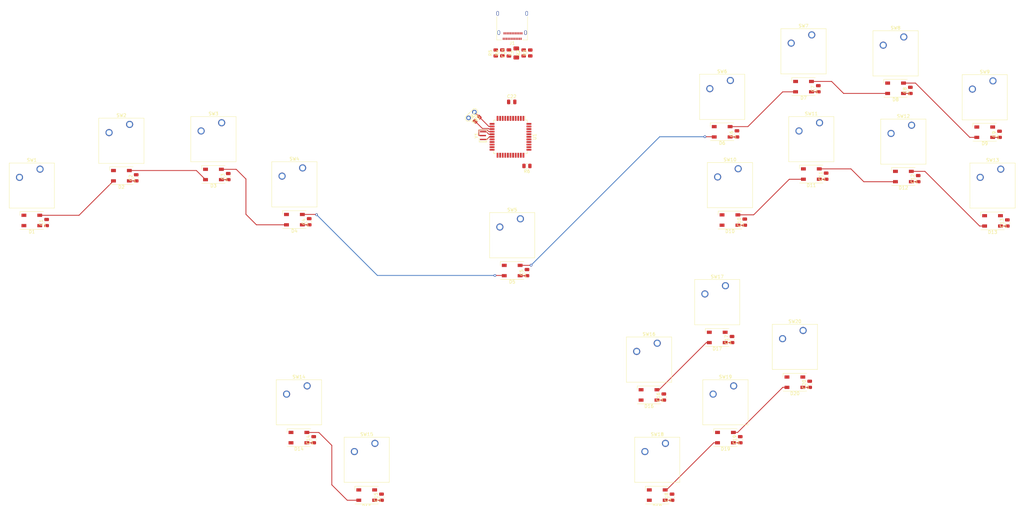
<source format=kicad_pcb>
(kicad_pcb (version 20171130) (host pcbnew 5.1.10)
  (layers (0 F.Cu signal) (31 B.Cu signal) (34 B.Paste user) (35 F.Paste user) (36 B.SilkS user) (37 F.SilkS user hide) (38 B.Mask user) (39 F.Mask user) (44 Edge.Cuts user))
  (net 0 "")
  (net 1 GND)
  (net 2 +5V)
  (net 3 "Net-(C22-Pad1)")
  (net 4 "Net-(D1-Pad2)")
  (net 5 LED_DATA)
  (net 6 "Net-(D2-Pad2)")
  (net 7 "Net-(D3-Pad2)")
  (net 8 LED_START)
  (net 9 LED_R)
  (net 10 "Net-(D6-Pad2)")
  (net 11 "Net-(D7-Pad2)")
  (net 12 "Net-(D8-Pad2)")
  (net 13 LED_B)
  (net 14 "Net-(D10-Pad2)")
  (net 15 "Net-(D11-Pad2)")
  (net 16 "Net-(D12-Pad2)")
  (net 17 LED_MODX)
  (net 18 "Net-(D14-Pad2)")
  (net 19 LED_CL)
  (net 20 "Net-(D16-Pad2)")
  (net 21 "Net-(D17-Pad2)")
  (net 22 "Net-(D18-Pad2)")
  (net 23 "Net-(D19-Pad2)")
  (net 24 "Net-(D20-Pad2)")
  (net 25 "Net-(F1-Pad2)")
  (net 26 GCCDATA)
  (net 27 "Net-(J1-PadB10)")
  (net 28 "Net-(J1-PadB8)")
  (net 29 D-)
  (net 30 D+)
  (net 31 "Net-(J1-PadB5)")
  (net 32 "Net-(J1-PadB3)")
  (net 33 +3V3)
  (net 34 "Net-(J1-PadA8)")
  (net 35 "Net-(J1-PadA10)")
  (net 36 "Net-(J1-PadA5)")
  (net 37 "Net-(J1-PadA3)")
  (net 38 RESET)
  (net 39 "Net-(R4-Pad1)")
  (net 40 "Net-(R5-Pad1)")
  (net 41 "Net-(R6-Pad2)")
  (net 42 BTN_L)
  (net 43 BTN_LEFT)
  (net 44 BTN_DOWN)
  (net 45 BTN_RIGHT)
  (net 46 BTN_START)
  (net 47 BTN_R)
  (net 48 BTN_Y)
  (net 49 BTN_LS)
  (net 50 BTN_MS)
  (net 51 BTN_B)
  (net 52 BTN_X)
  (net 53 BTN_Z)
  (net 54 BTN_UP)
  (net 55 BTN_MODX)
  (net 56 BTN_MODY)
  (net 57 BTN_CL)
  (net 58 BTN_CU)
  (net 59 BTN_CD)
  (net 60 BTN_A)
  (net 61 BTN_CR)
  (net 62 "Net-(U1-Pad42)")
  (net 63 "Net-(U1-Pad31)")
  (net 64 XTAL1)
  (net 65 XTAL2)
  (net 66 "Net-(U1-Pad19)")
  (net 67 "Net-(U1-Pad28)")
  (net 68 "Net-(U1-Pad27)")
  (net 69 "Net-(U1-Pad26)")
  (net 70 "Net-(U1-Pad25)")
  (net 71 "Net-(U1-Pad22)")
  (net 72 "Net-(U1-Pad21)")
  (net 73 "Net-(U1-Pad20)")
  (module TestPoint:TestPoint_2Pads_Pitch2.54mm_Drill0.8mm (layer F.Cu) (at 200.152 96.774 225)
    (fp_text reference SW0 (at 1.3 -2 45) (layer F.SilkS))
    (fp_text value reset)
    (pad 2 thru_hole circle (at 2.54 0 225) (size 1.4 1.4) (drill 0.8) (layers *.Cu *.Mask) (net 1 GND))
    (pad 1 thru_hole circle (at 0 0 225) (size 1.4 1.4) (drill 0.8) (layers *.Cu *.Mask) (net 38 RESET))
  )
  (module Crystal:Resonator_SMD_muRata_CSTxExxV-3Pin_3.0x1.1mm (layer F.Cu) (at 202.804047 104.042266 90)
    (fp_text reference Y1 (at 0 -2 90) (layer F.SilkS))
    (fp_text value Resonator)
    (pad 3 smd rect (at 1.2 0 90) (size 0.4 1.9) (layers F.Cu F.Paste F.Mask) (net 65 XTAL2))
    (pad 2 smd rect (at 0 0 90) (size 0.4 1.9) (layers F.Cu F.Paste F.Mask) (net 1 GND))
    (pad 1 smd rect (at -1.2 0 90) (size 0.4 1.9) (layers F.Cu F.Paste F.Mask) (net 64 XTAL1))
  )
  (module Package_QFP:TQFP-44_10x10mm_P0.8mm (layer F.Cu) (at 211.313046 104.423268 270)
    (fp_text reference U1 (at 0 -7.45 90) (layer F.SilkS))
    (fp_text value ATmega32U4-AU)
    (pad 44 smd rect (at -4 -5.7) (size 1.5 0.55) (layers F.Cu F.Paste F.Mask) (net 2 +5V))
    (pad 43 smd rect (at -3.2 -5.7) (size 1.5 0.55) (layers F.Cu F.Paste F.Mask) (net 1 GND))
    (pad 42 smd rect (at -2.4 -5.7) (size 1.5 0.55) (layers F.Cu F.Paste F.Mask) (net 62 "Net-(U1-Pad42)"))
    (pad 41 smd rect (at -1.6 -5.7) (size 1.5 0.55) (layers F.Cu F.Paste F.Mask) (net 48 BTN_Y))
    (pad 40 smd rect (at -0.8 -5.7) (size 1.5 0.55) (layers F.Cu F.Paste F.Mask) (net 49 BTN_LS))
    (pad 39 smd rect (at 0 -5.7) (size 1.5 0.55) (layers F.Cu F.Paste F.Mask) (net 50 BTN_MS))
    (pad 38 smd rect (at 0.8 -5.7) (size 1.5 0.55) (layers F.Cu F.Paste F.Mask) (net 54 BTN_UP))
    (pad 37 smd rect (at 1.6 -5.7) (size 1.5 0.55) (layers F.Cu F.Paste F.Mask) (net 53 BTN_Z))
    (pad 36 smd rect (at 2.4 -5.7) (size 1.5 0.55) (layers F.Cu F.Paste F.Mask) (net 52 BTN_X))
    (pad 35 smd rect (at 3.2 -5.7) (size 1.5 0.55) (layers F.Cu F.Paste F.Mask) (net 1 GND))
    (pad 34 smd rect (at 4 -5.7) (size 1.5 0.55) (layers F.Cu F.Paste F.Mask) (net 2 +5V))
    (pad 33 smd rect (at 5.7 -4 270) (size 1.5 0.55) (layers F.Cu F.Paste F.Mask) (net 41 "Net-(R6-Pad2)"))
    (pad 32 smd rect (at 5.7 -3.2 270) (size 1.5 0.55) (layers F.Cu F.Paste F.Mask) (net 51 BTN_B))
    (pad 31 smd rect (at 5.7 -2.4 270) (size 1.5 0.55) (layers F.Cu F.Paste F.Mask) (net 63 "Net-(U1-Pad31)"))
    (pad 30 smd rect (at 5.7 -1.6 270) (size 1.5 0.55) (layers F.Cu F.Paste F.Mask) (net 56 BTN_MODY))
    (pad 29 smd rect (at 5.7 -0.8 270) (size 1.5 0.55) (layers F.Cu F.Paste F.Mask) (net 55 BTN_MODX))
    (pad 28 smd rect (at 5.7 0 270) (size 1.5 0.55) (layers F.Cu F.Paste F.Mask) (net 67 "Net-(U1-Pad28)"))
    (pad 27 smd rect (at 5.7 0.8 270) (size 1.5 0.55) (layers F.Cu F.Paste F.Mask) (net 68 "Net-(U1-Pad27)"))
    (pad 26 smd rect (at 5.7 1.6 270) (size 1.5 0.55) (layers F.Cu F.Paste F.Mask) (net 69 "Net-(U1-Pad26)"))
    (pad 25 smd rect (at 5.7 2.4 270) (size 1.5 0.55) (layers F.Cu F.Paste F.Mask) (net 70 "Net-(U1-Pad25)"))
    (pad 24 smd rect (at 5.7 3.2 270) (size 1.5 0.55) (layers F.Cu F.Paste F.Mask) (net 2 +5V))
    (pad 23 smd rect (at 5.7 4 270) (size 1.5 0.55) (layers F.Cu F.Paste F.Mask) (net 1 GND))
    (pad 22 smd rect (at 4 5.7) (size 1.5 0.55) (layers F.Cu F.Paste F.Mask) (net 71 "Net-(U1-Pad22)"))
    (pad 21 smd rect (at 3.2 5.7) (size 1.5 0.55) (layers F.Cu F.Paste F.Mask) (net 72 "Net-(U1-Pad21)"))
    (pad 20 smd rect (at 2.4 5.7) (size 1.5 0.55) (layers F.Cu F.Paste F.Mask) (net 73 "Net-(U1-Pad20)"))
    (pad 19 smd rect (at 1.6 5.7) (size 1.5 0.55) (layers F.Cu F.Paste F.Mask) (net 66 "Net-(U1-Pad19)"))
    (pad 18 smd rect (at 0.8 5.7) (size 1.5 0.55) (layers F.Cu F.Paste F.Mask) (net 46 BTN_START))
    (pad 17 smd rect (at 0 5.7) (size 1.5 0.55) (layers F.Cu F.Paste F.Mask) (net 64 XTAL1))
    (pad 16 smd rect (at -0.8 5.7) (size 1.5 0.55) (layers F.Cu F.Paste F.Mask) (net 65 XTAL2))
    (pad 15 smd rect (at -1.6 5.7) (size 1.5 0.55) (layers F.Cu F.Paste F.Mask) (net 1 GND))
    (pad 14 smd rect (at -2.4 5.7) (size 1.5 0.55) (layers F.Cu F.Paste F.Mask) (net 2 +5V))
    (pad 13 smd rect (at -3.2 5.7) (size 1.5 0.55) (layers F.Cu F.Paste F.Mask) (net 38 RESET))
    (pad 12 smd rect (at -4 5.7) (size 1.5 0.55) (layers F.Cu F.Paste F.Mask) (net 45 BTN_RIGHT))
    (pad 11 smd rect (at -5.7 4 270) (size 1.5 0.55) (layers F.Cu F.Paste F.Mask) (net 44 BTN_DOWN))
    (pad 10 smd rect (at -5.7 3.2 270) (size 1.5 0.55) (layers F.Cu F.Paste F.Mask) (net 43 BTN_LEFT))
    (pad 9 smd rect (at -5.7 2.4 270) (size 1.5 0.55) (layers F.Cu F.Paste F.Mask) (net 42 BTN_L))
    (pad 8 smd rect (at -5.7 1.6 270) (size 1.5 0.55) (layers F.Cu F.Paste F.Mask) (net 5 LED_DATA))
    (pad 7 smd rect (at -5.7 0.8 270) (size 1.5 0.55) (layers F.Cu F.Paste F.Mask) (net 2 +5V))
    (pad 6 smd rect (at -5.7 0 270) (size 1.5 0.55) (layers F.Cu F.Paste F.Mask) (net 3 "Net-(C22-Pad1)"))
    (pad 5 smd rect (at -5.7 -0.8 270) (size 1.5 0.55) (layers F.Cu F.Paste F.Mask) (net 1 GND))
    (pad 4 smd rect (at -5.7 -1.6 270) (size 1.5 0.55) (layers F.Cu F.Paste F.Mask) (net 39 "Net-(R4-Pad1)"))
    (pad 3 smd rect (at -5.7 -2.4 270) (size 1.5 0.55) (layers F.Cu F.Paste F.Mask) (net 40 "Net-(R5-Pad1)"))
    (pad 2 smd rect (at -5.7 -3.2 270) (size 1.5 0.55) (layers F.Cu F.Paste F.Mask) (net 2 +5V))
    (pad 1 smd rect (at -5.7 -4 270) (size 1.5 0.55) (layers F.Cu F.Paste F.Mask) (net 47 BTN_R))
  )
  (module Button_Switch_Keyboard:SW_Cherry_MX_1.00u_PCB (layer F.Cu) (at 301.752 164.338)
    (fp_text reference SW20 (at -2.54 -2.794) (layer F.SilkS))
    (fp_text value SW_Push)
    (pad "" np_thru_hole circle (at 2.54 5.08) (size 1.7 1.7) (drill 1.7) (layers *.Cu *.Mask))
    (pad "" np_thru_hole circle (at -7.62 5.08) (size 1.7 1.7) (drill 1.7) (layers *.Cu *.Mask))
    (pad "" np_thru_hole circle (at -2.54 5.08) (size 4 4) (drill 4) (layers *.Cu *.Mask))
    (pad 2 thru_hole circle (at -6.35 2.54) (size 2.2 2.2) (drill 1.5) (layers *.Cu *.Mask) (net 1 GND))
    (pad 1 thru_hole circle (at 0 0) (size 2.2 2.2) (drill 1.5) (layers *.Cu *.Mask) (net 61 BTN_CR))
  )
  (module Button_Switch_Keyboard:SW_Cherry_MX_1.00u_PCB (layer F.Cu) (at 280.289 181.483)
    (fp_text reference SW19 (at -2.54 -2.794) (layer F.SilkS))
    (fp_text value SW_Push)
    (pad "" np_thru_hole circle (at 2.54 5.08) (size 1.7 1.7) (drill 1.7) (layers *.Cu *.Mask))
    (pad "" np_thru_hole circle (at -7.62 5.08) (size 1.7 1.7) (drill 1.7) (layers *.Cu *.Mask))
    (pad "" np_thru_hole circle (at -2.54 5.08) (size 4 4) (drill 4) (layers *.Cu *.Mask))
    (pad 2 thru_hole circle (at -6.35 2.54) (size 2.2 2.2) (drill 1.5) (layers *.Cu *.Mask) (net 1 GND))
    (pad 1 thru_hole circle (at 0 0) (size 2.2 2.2) (drill 1.5) (layers *.Cu *.Mask) (net 60 BTN_A))
  )
  (module Button_Switch_Keyboard:SW_Cherry_MX_1.00u_PCB (layer F.Cu) (at 259.207 199.263)
    (fp_text reference SW18 (at -2.54 -2.794) (layer F.SilkS))
    (fp_text value SW_Push)
    (pad "" np_thru_hole circle (at 2.54 5.08) (size 1.7 1.7) (drill 1.7) (layers *.Cu *.Mask))
    (pad "" np_thru_hole circle (at -7.62 5.08) (size 1.7 1.7) (drill 1.7) (layers *.Cu *.Mask))
    (pad "" np_thru_hole circle (at -2.54 5.08) (size 4 4) (drill 4) (layers *.Cu *.Mask))
    (pad 2 thru_hole circle (at -6.35 2.54) (size 2.2 2.2) (drill 1.5) (layers *.Cu *.Mask) (net 1 GND))
    (pad 1 thru_hole circle (at 0 0) (size 2.2 2.2) (drill 1.5) (layers *.Cu *.Mask) (net 59 BTN_CD))
  )
  (module Button_Switch_Keyboard:SW_Cherry_MX_1.00u_PCB (layer F.Cu) (at 277.749 150.495)
    (fp_text reference SW17 (at -2.54 -2.794) (layer F.SilkS))
    (fp_text value SW_Push)
    (pad "" np_thru_hole circle (at 2.54 5.08) (size 1.7 1.7) (drill 1.7) (layers *.Cu *.Mask))
    (pad "" np_thru_hole circle (at -7.62 5.08) (size 1.7 1.7) (drill 1.7) (layers *.Cu *.Mask))
    (pad "" np_thru_hole circle (at -2.54 5.08) (size 4 4) (drill 4) (layers *.Cu *.Mask))
    (pad 2 thru_hole circle (at -6.35 2.54) (size 2.2 2.2) (drill 1.5) (layers *.Cu *.Mask) (net 1 GND))
    (pad 1 thru_hole circle (at 0 0) (size 2.2 2.2) (drill 1.5) (layers *.Cu *.Mask) (net 58 BTN_CU))
  )
  (module Button_Switch_Keyboard:SW_Cherry_MX_1.00u_PCB (layer F.Cu) (at 256.667 168.275)
    (fp_text reference SW16 (at -2.54 -2.794) (layer F.SilkS))
    (fp_text value SW_Push)
    (pad "" np_thru_hole circle (at 2.54 5.08) (size 1.7 1.7) (drill 1.7) (layers *.Cu *.Mask))
    (pad "" np_thru_hole circle (at -7.62 5.08) (size 1.7 1.7) (drill 1.7) (layers *.Cu *.Mask))
    (pad "" np_thru_hole circle (at -2.54 5.08) (size 4 4) (drill 4) (layers *.Cu *.Mask))
    (pad 2 thru_hole circle (at -6.35 2.54) (size 2.2 2.2) (drill 1.5) (layers *.Cu *.Mask) (net 1 GND))
    (pad 1 thru_hole circle (at 0 0) (size 2.2 2.2) (drill 1.5) (layers *.Cu *.Mask) (net 57 BTN_CL))
  )
  (module Button_Switch_Keyboard:SW_Cherry_MX_1.00u_PCB (layer F.Cu) (at 169.418 199.263)
    (fp_text reference SW15 (at -2.54 -2.794) (layer F.SilkS))
    (fp_text value SW_Push)
    (pad "" np_thru_hole circle (at 2.54 5.08) (size 1.7 1.7) (drill 1.7) (layers *.Cu *.Mask))
    (pad "" np_thru_hole circle (at -7.62 5.08) (size 1.7 1.7) (drill 1.7) (layers *.Cu *.Mask))
    (pad "" np_thru_hole circle (at -2.54 5.08) (size 4 4) (drill 4) (layers *.Cu *.Mask))
    (pad 2 thru_hole circle (at -6.35 2.54) (size 2.2 2.2) (drill 1.5) (layers *.Cu *.Mask) (net 1 GND))
    (pad 1 thru_hole circle (at 0 0) (size 2.2 2.2) (drill 1.5) (layers *.Cu *.Mask) (net 56 BTN_MODY))
  )
  (module Button_Switch_Keyboard:SW_Cherry_MX_1.00u_PCB (layer F.Cu) (at 148.463 181.483)
    (fp_text reference SW14 (at -2.54 -2.794) (layer F.SilkS))
    (fp_text value SW_Push)
    (pad "" np_thru_hole circle (at 2.54 5.08) (size 1.7 1.7) (drill 1.7) (layers *.Cu *.Mask))
    (pad "" np_thru_hole circle (at -7.62 5.08) (size 1.7 1.7) (drill 1.7) (layers *.Cu *.Mask))
    (pad "" np_thru_hole circle (at -2.54 5.08) (size 4 4) (drill 4) (layers *.Cu *.Mask))
    (pad 2 thru_hole circle (at -6.35 2.54) (size 2.2 2.2) (drill 1.5) (layers *.Cu *.Mask) (net 1 GND))
    (pad 1 thru_hole circle (at 0 0) (size 2.2 2.2) (drill 1.5) (layers *.Cu *.Mask) (net 55 BTN_MODX))
  )
  (module Button_Switch_Keyboard:SW_Cherry_MX_1.00u_PCB (layer F.Cu) (at 362.839 114.427)
    (fp_text reference SW13 (at -2.54 -2.794) (layer F.SilkS))
    (fp_text value SW_Push)
    (pad "" np_thru_hole circle (at 2.54 5.08) (size 1.7 1.7) (drill 1.7) (layers *.Cu *.Mask))
    (pad "" np_thru_hole circle (at -7.62 5.08) (size 1.7 1.7) (drill 1.7) (layers *.Cu *.Mask))
    (pad "" np_thru_hole circle (at -2.54 5.08) (size 4 4) (drill 4) (layers *.Cu *.Mask))
    (pad 2 thru_hole circle (at -6.35 2.54) (size 2.2 2.2) (drill 1.5) (layers *.Cu *.Mask) (net 1 GND))
    (pad 1 thru_hole circle (at 0 0) (size 2.2 2.2) (drill 1.5) (layers *.Cu *.Mask) (net 54 BTN_UP))
  )
  (module Button_Switch_Keyboard:SW_Cherry_MX_1.00u_PCB (layer F.Cu) (at 335.28 100.838)
    (fp_text reference SW12 (at -2.54 -2.794) (layer F.SilkS))
    (fp_text value SW_Push)
    (pad "" np_thru_hole circle (at 2.54 5.08) (size 1.7 1.7) (drill 1.7) (layers *.Cu *.Mask))
    (pad "" np_thru_hole circle (at -7.62 5.08) (size 1.7 1.7) (drill 1.7) (layers *.Cu *.Mask))
    (pad "" np_thru_hole circle (at -2.54 5.08) (size 4 4) (drill 4) (layers *.Cu *.Mask))
    (pad 2 thru_hole circle (at -6.35 2.54) (size 2.2 2.2) (drill 1.5) (layers *.Cu *.Mask) (net 1 GND))
    (pad 1 thru_hole circle (at 0 0) (size 2.2 2.2) (drill 1.5) (layers *.Cu *.Mask) (net 53 BTN_Z))
  )
  (module Button_Switch_Keyboard:SW_Cherry_MX_1.00u_PCB (layer F.Cu) (at 306.832 100.076)
    (fp_text reference SW11 (at -2.54 -2.794) (layer F.SilkS))
    (fp_text value SW_Push)
    (pad "" np_thru_hole circle (at 2.54 5.08) (size 1.7 1.7) (drill 1.7) (layers *.Cu *.Mask))
    (pad "" np_thru_hole circle (at -7.62 5.08) (size 1.7 1.7) (drill 1.7) (layers *.Cu *.Mask))
    (pad "" np_thru_hole circle (at -2.54 5.08) (size 4 4) (drill 4) (layers *.Cu *.Mask))
    (pad 2 thru_hole circle (at -6.35 2.54) (size 2.2 2.2) (drill 1.5) (layers *.Cu *.Mask) (net 1 GND))
    (pad 1 thru_hole circle (at 0 0) (size 2.2 2.2) (drill 1.5) (layers *.Cu *.Mask) (net 52 BTN_X))
  )
  (module Button_Switch_Keyboard:SW_Cherry_MX_1.00u_PCB (layer F.Cu) (at 281.686 114.3)
    (fp_text reference SW10 (at -2.54 -2.794) (layer F.SilkS))
    (fp_text value SW_Push)
    (pad "" np_thru_hole circle (at 2.54 5.08) (size 1.7 1.7) (drill 1.7) (layers *.Cu *.Mask))
    (pad "" np_thru_hole circle (at -7.62 5.08) (size 1.7 1.7) (drill 1.7) (layers *.Cu *.Mask))
    (pad "" np_thru_hole circle (at -2.54 5.08) (size 4 4) (drill 4) (layers *.Cu *.Mask))
    (pad 2 thru_hole circle (at -6.35 2.54) (size 2.2 2.2) (drill 1.5) (layers *.Cu *.Mask) (net 1 GND))
    (pad 1 thru_hole circle (at 0 0) (size 2.2 2.2) (drill 1.5) (layers *.Cu *.Mask) (net 51 BTN_B))
  )
  (module Button_Switch_Keyboard:SW_Cherry_MX_1.00u_PCB (layer F.Cu) (at 360.426 87.122)
    (fp_text reference SW9 (at -2.54 -2.794) (layer F.SilkS))
    (fp_text value SW_Push)
    (pad "" np_thru_hole circle (at 2.54 5.08) (size 1.7 1.7) (drill 1.7) (layers *.Cu *.Mask))
    (pad "" np_thru_hole circle (at -7.62 5.08) (size 1.7 1.7) (drill 1.7) (layers *.Cu *.Mask))
    (pad "" np_thru_hole circle (at -2.54 5.08) (size 4 4) (drill 4) (layers *.Cu *.Mask))
    (pad 2 thru_hole circle (at -6.35 2.54) (size 2.2 2.2) (drill 1.5) (layers *.Cu *.Mask) (net 1 GND))
    (pad 1 thru_hole circle (at 0 0) (size 2.2 2.2) (drill 1.5) (layers *.Cu *.Mask) (net 50 BTN_MS))
  )
  (module Button_Switch_Keyboard:SW_Cherry_MX_1.00u_PCB (layer F.Cu) (at 332.867 73.533)
    (fp_text reference SW8 (at -2.54 -2.794) (layer F.SilkS))
    (fp_text value SW_Push)
    (pad "" np_thru_hole circle (at 2.54 5.08) (size 1.7 1.7) (drill 1.7) (layers *.Cu *.Mask))
    (pad "" np_thru_hole circle (at -7.62 5.08) (size 1.7 1.7) (drill 1.7) (layers *.Cu *.Mask))
    (pad "" np_thru_hole circle (at -2.54 5.08) (size 4 4) (drill 4) (layers *.Cu *.Mask))
    (pad 2 thru_hole circle (at -6.35 2.54) (size 2.2 2.2) (drill 1.5) (layers *.Cu *.Mask) (net 1 GND))
    (pad 1 thru_hole circle (at 0 0) (size 2.2 2.2) (drill 1.5) (layers *.Cu *.Mask) (net 49 BTN_LS))
  )
  (module Button_Switch_Keyboard:SW_Cherry_MX_1.00u_PCB (layer F.Cu) (at 304.419 72.898)
    (fp_text reference SW7 (at -2.54 -2.794) (layer F.SilkS))
    (fp_text value SW_Push)
    (pad "" np_thru_hole circle (at 2.54 5.08) (size 1.7 1.7) (drill 1.7) (layers *.Cu *.Mask))
    (pad "" np_thru_hole circle (at -7.62 5.08) (size 1.7 1.7) (drill 1.7) (layers *.Cu *.Mask))
    (pad "" np_thru_hole circle (at -2.54 5.08) (size 4 4) (drill 4) (layers *.Cu *.Mask))
    (pad 2 thru_hole circle (at -6.35 2.54) (size 2.2 2.2) (drill 1.5) (layers *.Cu *.Mask) (net 1 GND))
    (pad 1 thru_hole circle (at 0 0) (size 2.2 2.2) (drill 1.5) (layers *.Cu *.Mask) (net 48 BTN_Y))
  )
  (module Button_Switch_Keyboard:SW_Cherry_MX_1.00u_PCB (layer F.Cu) (at 279.273 86.995)
    (fp_text reference SW6 (at -2.54 -2.794) (layer F.SilkS))
    (fp_text value SW_Push)
    (pad "" np_thru_hole circle (at 2.54 5.08) (size 1.7 1.7) (drill 1.7) (layers *.Cu *.Mask))
    (pad "" np_thru_hole circle (at -7.62 5.08) (size 1.7 1.7) (drill 1.7) (layers *.Cu *.Mask))
    (pad "" np_thru_hole circle (at -2.54 5.08) (size 4 4) (drill 4) (layers *.Cu *.Mask))
    (pad 2 thru_hole circle (at -6.35 2.54) (size 2.2 2.2) (drill 1.5) (layers *.Cu *.Mask) (net 1 GND))
    (pad 1 thru_hole circle (at 0 0) (size 2.2 2.2) (drill 1.5) (layers *.Cu *.Mask) (net 47 BTN_R))
  )
  (module Button_Switch_Keyboard:SW_Cherry_MX_1.00u_PCB (layer F.Cu) (at 214.376 129.794)
    (fp_text reference SW5 (at -2.54 -2.794) (layer F.SilkS))
    (fp_text value SW_Push)
    (pad "" np_thru_hole circle (at 2.54 5.08) (size 1.7 1.7) (drill 1.7) (layers *.Cu *.Mask))
    (pad "" np_thru_hole circle (at -7.62 5.08) (size 1.7 1.7) (drill 1.7) (layers *.Cu *.Mask))
    (pad "" np_thru_hole circle (at -2.54 5.08) (size 4 4) (drill 4) (layers *.Cu *.Mask))
    (pad 2 thru_hole circle (at -6.35 2.54) (size 2.2 2.2) (drill 1.5) (layers *.Cu *.Mask) (net 1 GND))
    (pad 1 thru_hole circle (at 0 0) (size 2.2 2.2) (drill 1.5) (layers *.Cu *.Mask) (net 46 BTN_START))
  )
  (module Button_Switch_Keyboard:SW_Cherry_MX_1.00u_PCB (layer F.Cu) (at 147.066 114.046)
    (fp_text reference SW4 (at -2.54 -2.794) (layer F.SilkS))
    (fp_text value SW_Push)
    (pad "" np_thru_hole circle (at 2.54 5.08) (size 1.7 1.7) (drill 1.7) (layers *.Cu *.Mask))
    (pad "" np_thru_hole circle (at -7.62 5.08) (size 1.7 1.7) (drill 1.7) (layers *.Cu *.Mask))
    (pad "" np_thru_hole circle (at -2.54 5.08) (size 4 4) (drill 4) (layers *.Cu *.Mask))
    (pad 2 thru_hole circle (at -6.35 2.54) (size 2.2 2.2) (drill 1.5) (layers *.Cu *.Mask) (net 1 GND))
    (pad 1 thru_hole circle (at 0 0) (size 2.2 2.2) (drill 1.5) (layers *.Cu *.Mask) (net 45 BTN_RIGHT))
  )
  (module Button_Switch_Keyboard:SW_Cherry_MX_1.00u_PCB (layer F.Cu) (at 122.047 100.076)
    (fp_text reference SW3 (at -2.54 -2.794) (layer F.SilkS))
    (fp_text value SW_Push)
    (pad "" np_thru_hole circle (at 2.54 5.08) (size 1.7 1.7) (drill 1.7) (layers *.Cu *.Mask))
    (pad "" np_thru_hole circle (at -7.62 5.08) (size 1.7 1.7) (drill 1.7) (layers *.Cu *.Mask))
    (pad "" np_thru_hole circle (at -2.54 5.08) (size 4 4) (drill 4) (layers *.Cu *.Mask))
    (pad 2 thru_hole circle (at -6.35 2.54) (size 2.2 2.2) (drill 1.5) (layers *.Cu *.Mask) (net 1 GND))
    (pad 1 thru_hole circle (at 0 0) (size 2.2 2.2) (drill 1.5) (layers *.Cu *.Mask) (net 44 BTN_DOWN))
  )
  (module Button_Switch_Keyboard:SW_Cherry_MX_1.00u_PCB (layer F.Cu) (at 93.599 100.584)
    (fp_text reference SW2 (at -2.54 -2.794) (layer F.SilkS))
    (fp_text value SW_Push)
    (pad "" np_thru_hole circle (at 2.54 5.08) (size 1.7 1.7) (drill 1.7) (layers *.Cu *.Mask))
    (pad "" np_thru_hole circle (at -7.62 5.08) (size 1.7 1.7) (drill 1.7) (layers *.Cu *.Mask))
    (pad "" np_thru_hole circle (at -2.54 5.08) (size 4 4) (drill 4) (layers *.Cu *.Mask))
    (pad 2 thru_hole circle (at -6.35 2.54) (size 2.2 2.2) (drill 1.5) (layers *.Cu *.Mask) (net 1 GND))
    (pad 1 thru_hole circle (at 0 0) (size 2.2 2.2) (drill 1.5) (layers *.Cu *.Mask) (net 43 BTN_LEFT))
  )
  (module Button_Switch_Keyboard:SW_Cherry_MX_1.00u_PCB (layer F.Cu) (at 65.913 114.427)
    (fp_text reference SW1 (at -2.54 -2.794) (layer F.SilkS))
    (fp_text value SW_Push)
    (pad "" np_thru_hole circle (at 2.54 5.08) (size 1.7 1.7) (drill 1.7) (layers *.Cu *.Mask))
    (pad "" np_thru_hole circle (at -7.62 5.08) (size 1.7 1.7) (drill 1.7) (layers *.Cu *.Mask))
    (pad "" np_thru_hole circle (at -2.54 5.08) (size 4 4) (drill 4) (layers *.Cu *.Mask))
    (pad 2 thru_hole circle (at -6.35 2.54) (size 2.2 2.2) (drill 1.5) (layers *.Cu *.Mask) (net 1 GND))
    (pad 1 thru_hole circle (at 0 0) (size 2.2 2.2) (drill 1.5) (layers *.Cu *.Mask) (net 42 BTN_L))
  )
  (module Resistor_SMD:R_0805_2012Metric (layer F.Cu) (at 216.393046 113.440266 180)
    (fp_text reference R6 (at 0 -1.65) (layer F.SilkS))
    (fp_text value 10k)
    (pad 2 smd roundrect (at 0.9125 0 180) (size 1.025 1.4) (layers F.Cu F.Paste F.Mask) (roundrect_rratio 0.243902) (net 41 "Net-(R6-Pad2)"))
    (pad 1 smd roundrect (at -0.9125 0 180) (size 1.025 1.4) (layers F.Cu F.Paste F.Mask) (roundrect_rratio 0.243902) (net 1 GND))
  )
  (module Resistor_SMD:R_0805_2012Metric (layer F.Cu) (at 206.756 78.486 90)
    (fp_text reference R5 (at 0 -1.65 90) (layer F.SilkS))
    (fp_text value 22)
    (pad 2 smd roundrect (at 0.9125 0 90) (size 1.025 1.4) (layers F.Cu F.Paste F.Mask) (roundrect_rratio 0.243902) (net 29 D-))
    (pad 1 smd roundrect (at -0.9125 0 90) (size 1.025 1.4) (layers F.Cu F.Paste F.Mask) (roundrect_rratio 0.243902) (net 40 "Net-(R5-Pad1)"))
  )
  (module Resistor_SMD:R_0805_2012Metric (layer F.Cu) (at 208.788 78.4625 90)
    (fp_text reference R4 (at 0 -1.65 90) (layer F.SilkS))
    (fp_text value 22)
    (pad 2 smd roundrect (at 0.9125 0 90) (size 1.025 1.4) (layers F.Cu F.Paste F.Mask) (roundrect_rratio 0.243902) (net 30 D+))
    (pad 1 smd roundrect (at -0.9125 0 90) (size 1.025 1.4) (layers F.Cu F.Paste F.Mask) (roundrect_rratio 0.243902) (net 39 "Net-(R4-Pad1)"))
  )
  (module Resistor_SMD:R_0805_2012Metric (layer F.Cu) (at 217.424 78.486 90)
    (fp_text reference R3 (at 0 -1.65 90) (layer F.SilkS))
    (fp_text value 5k1)
    (pad 2 smd roundrect (at 0.9125 0 90) (size 1.025 1.4) (layers F.Cu F.Paste F.Mask) (roundrect_rratio 0.243902) (net 31 "Net-(J1-PadB5)"))
    (pad 1 smd roundrect (at -0.9125 0 90) (size 1.025 1.4) (layers F.Cu F.Paste F.Mask) (roundrect_rratio 0.243902) (net 1 GND))
  )
  (module Resistor_SMD:R_0805_2012Metric (layer F.Cu) (at 215.392 78.486 90)
    (fp_text reference R2 (at 0 -1.65 90) (layer F.SilkS))
    (fp_text value 5k1)
    (pad 2 smd roundrect (at 0.9125 0 90) (size 1.025 1.4) (layers F.Cu F.Paste F.Mask) (roundrect_rratio 0.243902) (net 36 "Net-(J1-PadA5)"))
    (pad 1 smd roundrect (at -0.9125 0 90) (size 1.025 1.4) (layers F.Cu F.Paste F.Mask) (roundrect_rratio 0.243902) (net 1 GND))
  )
  (module Resistor_SMD:R_0805_2012Metric (layer F.Cu) (at 201.026046 98.962267 45)
    (fp_text reference R1 (at 0 -1.65 45) (layer F.SilkS))
    (fp_text value 10k)
    (pad 2 smd roundrect (at 0.9125 0 45) (size 1.025 1.4) (layers F.Cu F.Paste F.Mask) (roundrect_rratio 0.243902) (net 38 RESET))
    (pad 1 smd roundrect (at -0.9125 0 45) (size 1.025 1.4) (layers F.Cu F.Paste F.Mask) (roundrect_rratio 0.243902) (net 2 +5V))
  )
  (module Connector_USB:USB_C_Receptacle_Amphenol_12401610E4-2A (layer F.Cu) (at 211.836 69.088 180)
    (fp_text reference J1 (at 0 -6.36) (layer F.SilkS))
    (fp_text value USB_C_Receptacle)
    (pad B12 smd rect (at -3 -3.32 180) (size 0.3 0.7) (layers F.Cu F.Paste F.Mask) (net 1 GND))
    (pad B11 smd rect (at -2.5 -3.32 180) (size 0.3 0.7) (layers F.Cu F.Paste F.Mask) (net 26 GCCDATA))
    (pad B10 smd rect (at -2 -3.32 180) (size 0.3 0.7) (layers F.Cu F.Paste F.Mask) (net 27 "Net-(J1-PadB10)"))
    (pad B9 smd rect (at -1.5 -3.32 180) (size 0.3 0.7) (layers F.Cu F.Paste F.Mask) (net 25 "Net-(F1-Pad2)"))
    (pad B8 smd rect (at -1 -3.32 180) (size 0.3 0.7) (layers F.Cu F.Paste F.Mask) (net 28 "Net-(J1-PadB8)"))
    (pad B7 smd rect (at -0.5 -3.32 180) (size 0.3 0.7) (layers F.Cu F.Paste F.Mask) (net 29 D-))
    (pad B6 smd rect (at 0 -3.32 180) (size 0.3 0.7) (layers F.Cu F.Paste F.Mask) (net 30 D+))
    (pad B5 smd rect (at 0.5 -3.32 180) (size 0.3 0.7) (layers F.Cu F.Paste F.Mask) (net 31 "Net-(J1-PadB5)"))
    (pad B4 smd rect (at 1 -3.32 180) (size 0.3 0.7) (layers F.Cu F.Paste F.Mask) (net 25 "Net-(F1-Pad2)"))
    (pad B3 smd rect (at 1.5 -3.32 180) (size 0.3 0.7) (layers F.Cu F.Paste F.Mask) (net 32 "Net-(J1-PadB3)"))
    (pad B2 smd rect (at 2 -3.32 180) (size 0.3 0.7) (layers F.Cu F.Paste F.Mask) (net 33 +3V3))
    (pad "" np_thru_hole circle (at -3.6 -4.36 180) (size 0.65 0.65) (drill 0.65) (layers *.Cu *.Mask))
    (pad "" np_thru_hole oval (at 3.6 -4.36 180) (size 0.95 0.65) (drill oval 0.95 0.65) (layers *.Cu *.Mask))
    (pad S1 thru_hole oval (at -4.49 2.84 180) (size 0.8 1.4) (drill oval 0.5 1.1) (layers *.Cu *.Mask) (net 1 GND))
    (pad S1 thru_hole oval (at 4.49 2.84 180) (size 0.8 1.4) (drill oval 0.5 1.1) (layers *.Cu *.Mask) (net 1 GND))
    (pad S1 thru_hole oval (at 4.13 -3.11 180) (size 0.8 1.4) (drill oval 0.5 1.1) (layers *.Cu *.Mask) (net 1 GND))
    (pad B1 smd rect (at 2.5 -3.32 180) (size 0.3 0.7) (layers F.Cu F.Paste F.Mask) (net 1 GND))
    (pad A11 smd rect (at 2.25 -5.02 180) (size 0.3 0.7) (layers F.Cu F.Paste F.Mask) (net 26 GCCDATA))
    (pad A8 smd rect (at 0.75 -5.02 180) (size 0.3 0.7) (layers F.Cu F.Paste F.Mask) (net 34 "Net-(J1-PadA8)"))
    (pad A9 smd rect (at 1.25 -5.02 180) (size 0.3 0.7) (layers F.Cu F.Paste F.Mask) (net 25 "Net-(F1-Pad2)"))
    (pad A10 smd rect (at 1.75 -5.02 180) (size 0.3 0.7) (layers F.Cu F.Paste F.Mask) (net 35 "Net-(J1-PadA10)"))
    (pad A12 smd rect (at 2.75 -5.02 180) (size 0.3 0.7) (layers F.Cu F.Paste F.Mask) (net 1 GND))
    (pad A7 smd rect (at 0.25 -5.02 180) (size 0.3 0.7) (layers F.Cu F.Paste F.Mask) (net 29 D-))
    (pad A6 smd rect (at -0.25 -5.02 180) (size 0.3 0.7) (layers F.Cu F.Paste F.Mask) (net 30 D+))
    (pad A5 smd rect (at -0.75 -5.02 180) (size 0.3 0.7) (layers F.Cu F.Paste F.Mask) (net 36 "Net-(J1-PadA5)"))
    (pad A4 smd rect (at -1.25 -5.02 180) (size 0.3 0.7) (layers F.Cu F.Paste F.Mask) (net 25 "Net-(F1-Pad2)"))
    (pad A3 smd rect (at -1.75 -5.02 180) (size 0.3 0.7) (layers F.Cu F.Paste F.Mask) (net 37 "Net-(J1-PadA3)"))
    (pad A2 smd rect (at -2.25 -5.02 180) (size 0.3 0.7) (layers F.Cu F.Paste F.Mask) (net 33 +3V3))
    (pad A1 smd rect (at -2.75 -5.02 180) (size 0.3 0.7) (layers F.Cu F.Paste F.Mask) (net 1 GND))
    (pad S1 thru_hole oval (at -4.13 -3.11 180) (size 0.8 1.4) (drill oval 0.5 1.1) (layers *.Cu *.Mask) (net 1 GND))
  )
  (module Fuse:Fuse_1206_3216Metric (layer F.Cu) (at 213.106 78.486 90)
    (fp_text reference F1 (at 0 -1.82 90) (layer F.SilkS))
    (fp_text value 500mA)
    (pad 2 smd roundrect (at 1.4 0 90) (size 1.25 1.75) (layers F.Cu F.Paste F.Mask) (roundrect_rratio 0.2) (net 25 "Net-(F1-Pad2)"))
    (pad 1 smd roundrect (at -1.4 0 90) (size 1.25 1.75) (layers F.Cu F.Paste F.Mask) (roundrect_rratio 0.2) (net 2 +5V))
  )
  (module LED_SMD:LED_WS2812B_PLCC4_5.0x5.0mm_P3.2mm (layer F.Cu) (at 299.212 180.34 180)
    (fp_text reference D20 (at 0 -3.5) (layer F.SilkS))
    (fp_text value WS2812B)
    (fp_text user 1 (at -4.15 -1.6) (layer F.SilkS))
    (pad 1 smd rect (at -2.45 -1.6 180) (size 1.5 1) (layers F.Cu F.Paste F.Mask) (net 2 +5V))
    (pad 2 smd rect (at -2.45 1.6 180) (size 1.5 1) (layers F.Cu F.Paste F.Mask) (net 24 "Net-(D20-Pad2)"))
    (pad 4 smd rect (at 2.45 -1.6 180) (size 1.5 1) (layers F.Cu F.Paste F.Mask) (net 23 "Net-(D19-Pad2)"))
    (pad 3 smd rect (at 2.45 1.6 180) (size 1.5 1) (layers F.Cu F.Paste F.Mask) (net 1 GND))
  )
  (module LED_SMD:LED_WS2812B_PLCC4_5.0x5.0mm_P3.2mm (layer F.Cu) (at 277.749 197.485 180)
    (fp_text reference D19 (at 0 -3.5) (layer F.SilkS))
    (fp_text value WS2812B)
    (fp_text user 1 (at -4.15 -1.6) (layer F.SilkS))
    (pad 1 smd rect (at -2.45 -1.6 180) (size 1.5 1) (layers F.Cu F.Paste F.Mask) (net 2 +5V))
    (pad 2 smd rect (at -2.45 1.6 180) (size 1.5 1) (layers F.Cu F.Paste F.Mask) (net 23 "Net-(D19-Pad2)"))
    (pad 4 smd rect (at 2.45 -1.6 180) (size 1.5 1) (layers F.Cu F.Paste F.Mask) (net 22 "Net-(D18-Pad2)"))
    (pad 3 smd rect (at 2.45 1.6 180) (size 1.5 1) (layers F.Cu F.Paste F.Mask) (net 1 GND))
  )
  (module LED_SMD:LED_WS2812B_PLCC4_5.0x5.0mm_P3.2mm (layer F.Cu) (at 256.667 215.265 180)
    (fp_text reference D18 (at 0 -3.5) (layer F.SilkS))
    (fp_text value WS2812B)
    (fp_text user 1 (at -4.15 -1.6) (layer F.SilkS))
    (pad 1 smd rect (at -2.45 -1.6 180) (size 1.5 1) (layers F.Cu F.Paste F.Mask) (net 2 +5V))
    (pad 2 smd rect (at -2.45 1.6 180) (size 1.5 1) (layers F.Cu F.Paste F.Mask) (net 22 "Net-(D18-Pad2)"))
    (pad 4 smd rect (at 2.45 -1.6 180) (size 1.5 1) (layers F.Cu F.Paste F.Mask) (net 21 "Net-(D17-Pad2)"))
    (pad 3 smd rect (at 2.45 1.6 180) (size 1.5 1) (layers F.Cu F.Paste F.Mask) (net 1 GND))
  )
  (module LED_SMD:LED_WS2812B_PLCC4_5.0x5.0mm_P3.2mm (layer F.Cu) (at 275.209 166.497 180)
    (fp_text reference D17 (at 0 -3.5) (layer F.SilkS))
    (fp_text value WS2812B)
    (fp_text user 1 (at -4.15 -1.6) (layer F.SilkS))
    (pad 1 smd rect (at -2.45 -1.6 180) (size 1.5 1) (layers F.Cu F.Paste F.Mask) (net 2 +5V))
    (pad 2 smd rect (at -2.45 1.6 180) (size 1.5 1) (layers F.Cu F.Paste F.Mask) (net 21 "Net-(D17-Pad2)"))
    (pad 4 smd rect (at 2.45 -1.6 180) (size 1.5 1) (layers F.Cu F.Paste F.Mask) (net 20 "Net-(D16-Pad2)"))
    (pad 3 smd rect (at 2.45 1.6 180) (size 1.5 1) (layers F.Cu F.Paste F.Mask) (net 1 GND))
  )
  (module LED_SMD:LED_WS2812B_PLCC4_5.0x5.0mm_P3.2mm (layer F.Cu) (at 254.127 184.277 180)
    (fp_text reference D16 (at 0 -3.5) (layer F.SilkS))
    (fp_text value WS2812B)
    (fp_text user 1 (at -4.15 -1.6) (layer F.SilkS))
    (pad 1 smd rect (at -2.45 -1.6 180) (size 1.5 1) (layers F.Cu F.Paste F.Mask) (net 2 +5V))
    (pad 2 smd rect (at -2.45 1.6 180) (size 1.5 1) (layers F.Cu F.Paste F.Mask) (net 20 "Net-(D16-Pad2)"))
    (pad 4 smd rect (at 2.45 -1.6 180) (size 1.5 1) (layers F.Cu F.Paste F.Mask) (net 19 LED_CL))
    (pad 3 smd rect (at 2.45 1.6 180) (size 1.5 1) (layers F.Cu F.Paste F.Mask) (net 1 GND))
  )
  (module LED_SMD:LED_WS2812B_PLCC4_5.0x5.0mm_P3.2mm (layer F.Cu) (at 166.878 215.265 180)
    (fp_text reference D15 (at 0 -3.5) (layer F.SilkS))
    (fp_text value WS2812B)
    (fp_text user 1 (at -4.15 -1.6) (layer F.SilkS))
    (pad 1 smd rect (at -2.45 -1.6 180) (size 1.5 1) (layers F.Cu F.Paste F.Mask) (net 2 +5V))
    (pad 2 smd rect (at -2.45 1.6 180) (size 1.5 1) (layers F.Cu F.Paste F.Mask) (net 19 LED_CL))
    (pad 4 smd rect (at 2.45 -1.6 180) (size 1.5 1) (layers F.Cu F.Paste F.Mask) (net 18 "Net-(D14-Pad2)"))
    (pad 3 smd rect (at 2.45 1.6 180) (size 1.5 1) (layers F.Cu F.Paste F.Mask) (net 1 GND))
  )
  (module LED_SMD:LED_WS2812B_PLCC4_5.0x5.0mm_P3.2mm (layer F.Cu) (at 145.923 197.485 180)
    (fp_text reference D14 (at 0 -3.5) (layer F.SilkS))
    (fp_text value WS2812B)
    (fp_text user 1 (at -4.15 -1.6) (layer F.SilkS))
    (pad 1 smd rect (at -2.45 -1.6 180) (size 1.5 1) (layers F.Cu F.Paste F.Mask) (net 2 +5V))
    (pad 2 smd rect (at -2.45 1.6 180) (size 1.5 1) (layers F.Cu F.Paste F.Mask) (net 18 "Net-(D14-Pad2)"))
    (pad 4 smd rect (at 2.45 -1.6 180) (size 1.5 1) (layers F.Cu F.Paste F.Mask) (net 17 LED_MODX))
    (pad 3 smd rect (at 2.45 1.6 180) (size 1.5 1) (layers F.Cu F.Paste F.Mask) (net 1 GND))
  )
  (module LED_SMD:LED_WS2812B_PLCC4_5.0x5.0mm_P3.2mm (layer F.Cu) (at 360.299 130.429 180)
    (fp_text reference D13 (at 0 -3.5) (layer F.SilkS))
    (fp_text value WS2812B)
    (fp_text user 1 (at -4.15 -1.6) (layer F.SilkS))
    (pad 1 smd rect (at -2.45 -1.6 180) (size 1.5 1) (layers F.Cu F.Paste F.Mask) (net 2 +5V))
    (pad 2 smd rect (at -2.45 1.6 180) (size 1.5 1) (layers F.Cu F.Paste F.Mask) (net 17 LED_MODX))
    (pad 4 smd rect (at 2.45 -1.6 180) (size 1.5 1) (layers F.Cu F.Paste F.Mask) (net 16 "Net-(D12-Pad2)"))
    (pad 3 smd rect (at 2.45 1.6 180) (size 1.5 1) (layers F.Cu F.Paste F.Mask) (net 1 GND))
  )
  (module LED_SMD:LED_WS2812B_PLCC4_5.0x5.0mm_P3.2mm (layer F.Cu) (at 332.74 116.713 180)
    (fp_text reference D12 (at 0 -3.5) (layer F.SilkS))
    (fp_text value WS2812B)
    (fp_text user 1 (at -4.15 -1.6) (layer F.SilkS))
    (pad 1 smd rect (at -2.45 -1.6 180) (size 1.5 1) (layers F.Cu F.Paste F.Mask) (net 2 +5V))
    (pad 2 smd rect (at -2.45 1.6 180) (size 1.5 1) (layers F.Cu F.Paste F.Mask) (net 16 "Net-(D12-Pad2)"))
    (pad 4 smd rect (at 2.45 -1.6 180) (size 1.5 1) (layers F.Cu F.Paste F.Mask) (net 15 "Net-(D11-Pad2)"))
    (pad 3 smd rect (at 2.45 1.6 180) (size 1.5 1) (layers F.Cu F.Paste F.Mask) (net 1 GND))
  )
  (module LED_SMD:LED_WS2812B_PLCC4_5.0x5.0mm_P3.2mm (layer F.Cu) (at 304.292 115.951 180)
    (fp_text reference D11 (at 0 -3.5) (layer F.SilkS))
    (fp_text value WS2812B)
    (fp_text user 1 (at -4.15 -1.6) (layer F.SilkS))
    (pad 1 smd rect (at -2.45 -1.6 180) (size 1.5 1) (layers F.Cu F.Paste F.Mask) (net 2 +5V))
    (pad 2 smd rect (at -2.45 1.6 180) (size 1.5 1) (layers F.Cu F.Paste F.Mask) (net 15 "Net-(D11-Pad2)"))
    (pad 4 smd rect (at 2.45 -1.6 180) (size 1.5 1) (layers F.Cu F.Paste F.Mask) (net 14 "Net-(D10-Pad2)"))
    (pad 3 smd rect (at 2.45 1.6 180) (size 1.5 1) (layers F.Cu F.Paste F.Mask) (net 1 GND))
  )
  (module LED_SMD:LED_WS2812B_PLCC4_5.0x5.0mm_P3.2mm (layer F.Cu) (at 279.146 130.175 180)
    (fp_text reference D10 (at 0 -3.5) (layer F.SilkS))
    (fp_text value WS2812B)
    (fp_text user 1 (at -4.15 -1.6) (layer F.SilkS))
    (pad 1 smd rect (at -2.45 -1.6 180) (size 1.5 1) (layers F.Cu F.Paste F.Mask) (net 2 +5V))
    (pad 2 smd rect (at -2.45 1.6 180) (size 1.5 1) (layers F.Cu F.Paste F.Mask) (net 14 "Net-(D10-Pad2)"))
    (pad 4 smd rect (at 2.45 -1.6 180) (size 1.5 1) (layers F.Cu F.Paste F.Mask) (net 13 LED_B))
    (pad 3 smd rect (at 2.45 1.6 180) (size 1.5 1) (layers F.Cu F.Paste F.Mask) (net 1 GND))
  )
  (module LED_SMD:LED_WS2812B_PLCC4_5.0x5.0mm_P3.2mm (layer F.Cu) (at 357.886 102.997 180)
    (fp_text reference D9 (at 0 -3.5) (layer F.SilkS))
    (fp_text value WS2812B)
    (fp_text user 1 (at -4.15 -1.6) (layer F.SilkS))
    (pad 1 smd rect (at -2.45 -1.6 180) (size 1.5 1) (layers F.Cu F.Paste F.Mask) (net 2 +5V))
    (pad 2 smd rect (at -2.45 1.6 180) (size 1.5 1) (layers F.Cu F.Paste F.Mask) (net 13 LED_B))
    (pad 4 smd rect (at 2.45 -1.6 180) (size 1.5 1) (layers F.Cu F.Paste F.Mask) (net 12 "Net-(D8-Pad2)"))
    (pad 3 smd rect (at 2.45 1.6 180) (size 1.5 1) (layers F.Cu F.Paste F.Mask) (net 1 GND))
  )
  (module LED_SMD:LED_WS2812B_PLCC4_5.0x5.0mm_P3.2mm (layer F.Cu) (at 330.327 89.408 180)
    (fp_text reference D8 (at 0 -3.5) (layer F.SilkS))
    (fp_text value WS2812B)
    (fp_text user 1 (at -4.15 -1.6) (layer F.SilkS))
    (pad 1 smd rect (at -2.45 -1.6 180) (size 1.5 1) (layers F.Cu F.Paste F.Mask) (net 2 +5V))
    (pad 2 smd rect (at -2.45 1.6 180) (size 1.5 1) (layers F.Cu F.Paste F.Mask) (net 12 "Net-(D8-Pad2)"))
    (pad 4 smd rect (at 2.45 -1.6 180) (size 1.5 1) (layers F.Cu F.Paste F.Mask) (net 11 "Net-(D7-Pad2)"))
    (pad 3 smd rect (at 2.45 1.6 180) (size 1.5 1) (layers F.Cu F.Paste F.Mask) (net 1 GND))
  )
  (module LED_SMD:LED_WS2812B_PLCC4_5.0x5.0mm_P3.2mm (layer F.Cu) (at 301.879 88.9 180)
    (fp_text reference D7 (at 0 -3.5) (layer F.SilkS))
    (fp_text value WS2812B)
    (fp_text user 1 (at -4.15 -1.6) (layer F.SilkS))
    (pad 1 smd rect (at -2.45 -1.6 180) (size 1.5 1) (layers F.Cu F.Paste F.Mask) (net 2 +5V))
    (pad 2 smd rect (at -2.45 1.6 180) (size 1.5 1) (layers F.Cu F.Paste F.Mask) (net 11 "Net-(D7-Pad2)"))
    (pad 4 smd rect (at 2.45 -1.6 180) (size 1.5 1) (layers F.Cu F.Paste F.Mask) (net 10 "Net-(D6-Pad2)"))
    (pad 3 smd rect (at 2.45 1.6 180) (size 1.5 1) (layers F.Cu F.Paste F.Mask) (net 1 GND))
  )
  (module LED_SMD:LED_WS2812B_PLCC4_5.0x5.0mm_P3.2mm (layer F.Cu) (at 276.733 102.87 180)
    (fp_text reference D6 (at 0 -3.5) (layer F.SilkS))
    (fp_text value WS2812B)
    (fp_text user 1 (at -4.15 -1.6) (layer F.SilkS))
    (pad 1 smd rect (at -2.45 -1.6 180) (size 1.5 1) (layers F.Cu F.Paste F.Mask) (net 2 +5V))
    (pad 2 smd rect (at -2.45 1.6 180) (size 1.5 1) (layers F.Cu F.Paste F.Mask) (net 10 "Net-(D6-Pad2)"))
    (pad 4 smd rect (at 2.45 -1.6 180) (size 1.5 1) (layers F.Cu F.Paste F.Mask) (net 9 LED_R))
    (pad 3 smd rect (at 2.45 1.6 180) (size 1.5 1) (layers F.Cu F.Paste F.Mask) (net 1 GND))
  )
  (module LED_SMD:LED_WS2812B_PLCC4_5.0x5.0mm_P3.2mm (layer F.Cu) (at 211.836 145.796 180)
    (fp_text reference D5 (at 0 -3.5) (layer F.SilkS))
    (fp_text value WS2812B)
    (fp_text user 1 (at -4.15 -1.6) (layer F.SilkS))
    (pad 1 smd rect (at -2.45 -1.6 180) (size 1.5 1) (layers F.Cu F.Paste F.Mask) (net 2 +5V))
    (pad 2 smd rect (at -2.45 1.6 180) (size 1.5 1) (layers F.Cu F.Paste F.Mask) (net 9 LED_R))
    (pad 4 smd rect (at 2.45 -1.6 180) (size 1.5 1) (layers F.Cu F.Paste F.Mask) (net 8 LED_START))
    (pad 3 smd rect (at 2.45 1.6 180) (size 1.5 1) (layers F.Cu F.Paste F.Mask) (net 1 GND))
  )
  (module LED_SMD:LED_WS2812B_PLCC4_5.0x5.0mm_P3.2mm (layer F.Cu) (at 144.526 130.048 180)
    (fp_text reference D4 (at 0 -3.5) (layer F.SilkS))
    (fp_text value WS2812B)
    (fp_text user 1 (at -4.15 -1.6) (layer F.SilkS))
    (pad 1 smd rect (at -2.45 -1.6 180) (size 1.5 1) (layers F.Cu F.Paste F.Mask) (net 2 +5V))
    (pad 2 smd rect (at -2.45 1.6 180) (size 1.5 1) (layers F.Cu F.Paste F.Mask) (net 8 LED_START))
    (pad 4 smd rect (at 2.45 -1.6 180) (size 1.5 1) (layers F.Cu F.Paste F.Mask) (net 7 "Net-(D3-Pad2)"))
    (pad 3 smd rect (at 2.45 1.6 180) (size 1.5 1) (layers F.Cu F.Paste F.Mask) (net 1 GND))
  )
  (module LED_SMD:LED_WS2812B_PLCC4_5.0x5.0mm_P3.2mm (layer F.Cu) (at 119.507 116.078 180)
    (fp_text reference D3 (at 0 -3.5) (layer F.SilkS))
    (fp_text value WS2812B)
    (fp_text user 1 (at -4.15 -1.6) (layer F.SilkS))
    (pad 1 smd rect (at -2.45 -1.6 180) (size 1.5 1) (layers F.Cu F.Paste F.Mask) (net 2 +5V))
    (pad 2 smd rect (at -2.45 1.6 180) (size 1.5 1) (layers F.Cu F.Paste F.Mask) (net 7 "Net-(D3-Pad2)"))
    (pad 4 smd rect (at 2.45 -1.6 180) (size 1.5 1) (layers F.Cu F.Paste F.Mask) (net 6 "Net-(D2-Pad2)"))
    (pad 3 smd rect (at 2.45 1.6 180) (size 1.5 1) (layers F.Cu F.Paste F.Mask) (net 1 GND))
  )
  (module LED_SMD:LED_WS2812B_PLCC4_5.0x5.0mm_P3.2mm (layer F.Cu) (at 91.059 116.459 180)
    (fp_text reference D2 (at 0 -3.5) (layer F.SilkS))
    (fp_text value WS2812B)
    (fp_text user 1 (at -4.15 -1.6) (layer F.SilkS))
    (pad 1 smd rect (at -2.45 -1.6 180) (size 1.5 1) (layers F.Cu F.Paste F.Mask) (net 2 +5V))
    (pad 2 smd rect (at -2.45 1.6 180) (size 1.5 1) (layers F.Cu F.Paste F.Mask) (net 6 "Net-(D2-Pad2)"))
    (pad 4 smd rect (at 2.45 -1.6 180) (size 1.5 1) (layers F.Cu F.Paste F.Mask) (net 4 "Net-(D1-Pad2)"))
    (pad 3 smd rect (at 2.45 1.6 180) (size 1.5 1) (layers F.Cu F.Paste F.Mask) (net 1 GND))
  )
  (module LED_SMD:LED_WS2812B_PLCC4_5.0x5.0mm_P3.2mm (layer F.Cu) (at 63.373 130.302 180)
    (fp_text reference D1 (at 0 -3.5) (layer F.SilkS))
    (fp_text value WS2812B)
    (fp_text user 1 (at -4.15 -1.6) (layer F.SilkS))
    (pad 1 smd rect (at -2.45 -1.6 180) (size 1.5 1) (layers F.Cu F.Paste F.Mask) (net 2 +5V))
    (pad 2 smd rect (at -2.45 1.6 180) (size 1.5 1) (layers F.Cu F.Paste F.Mask) (net 4 "Net-(D1-Pad2)"))
    (pad 4 smd rect (at 2.45 -1.6 180) (size 1.5 1) (layers F.Cu F.Paste F.Mask) (net 5 LED_DATA))
    (pad 3 smd rect (at 2.45 1.6 180) (size 1.5 1) (layers F.Cu F.Paste F.Mask) (net 1 GND))
  )
  (module Capacitor_SMD:C_0805_2012Metric (layer F.Cu) (at 211.694046 93.628267)
    (fp_text reference C22 (at 0 -1.68) (layer F.SilkS))
    (fp_text value 1u)
    (pad 2 smd roundrect (at 0.95 0) (size 1 1.45) (layers F.Cu F.Paste F.Mask) (net 1 GND))
    (pad 1 smd roundrect (at -0.95 0) (size 1 1.45) (layers F.Cu F.Paste F.Mask) (net 3 "Net-(C22-Pad1)"))
  )
  (module Capacitor_SMD:C_0805_2012Metric (layer F.Cu) (at 210.82 78.486 90)
    (fp_text reference C21 (at 0 -1.68 90) (layer F.SilkS))
    (fp_text value 4.7u)
    (pad 2 smd roundrect (at 0.95 0 90) (size 1 1.45) (layers F.Cu F.Paste F.Mask) (net 1 GND))
    (pad 1 smd roundrect (at -0.95 0 90) (size 1 1.45) (layers F.Cu F.Paste F.Mask) (net 2 +5V))
  )
  (module Capacitor_SMD:C_0805_2012Metric (layer F.Cu) (at 303.784 180.99 90)
    (fp_text reference C20 (at 0 -1.68 90) (layer F.SilkS))
    (fp_text value 0.1u)
    (pad 2 smd roundrect (at 0.95 0 90) (size 1 1.45) (layers F.Cu F.Paste F.Mask) (net 1 GND))
    (pad 1 smd roundrect (at -0.95 0 90) (size 1 1.45) (layers F.Cu F.Paste F.Mask) (net 2 +5V))
  )
  (module Capacitor_SMD:C_0805_2012Metric (layer F.Cu) (at 282.321 198.135 90)
    (fp_text reference C19 (at 0 -1.68 90) (layer F.SilkS))
    (fp_text value 0.1u)
    (pad 2 smd roundrect (at 0.95 0 90) (size 1 1.45) (layers F.Cu F.Paste F.Mask) (net 1 GND))
    (pad 1 smd roundrect (at -0.95 0 90) (size 1 1.45) (layers F.Cu F.Paste F.Mask) (net 2 +5V))
  )
  (module Capacitor_SMD:C_0805_2012Metric (layer F.Cu) (at 261.239 215.915 90)
    (fp_text reference C18 (at 0 -1.68 90) (layer F.SilkS))
    (fp_text value 0.1u)
    (pad 2 smd roundrect (at 0.95 0 90) (size 1 1.45) (layers F.Cu F.Paste F.Mask) (net 1 GND))
    (pad 1 smd roundrect (at -0.95 0 90) (size 1 1.45) (layers F.Cu F.Paste F.Mask) (net 2 +5V))
  )
  (module Capacitor_SMD:C_0805_2012Metric (layer F.Cu) (at 279.781 167.147 90)
    (fp_text reference C17 (at 0 -1.68 90) (layer F.SilkS))
    (fp_text value 0.1u)
    (pad 2 smd roundrect (at 0.95 0 90) (size 1 1.45) (layers F.Cu F.Paste F.Mask) (net 1 GND))
    (pad 1 smd roundrect (at -0.95 0 90) (size 1 1.45) (layers F.Cu F.Paste F.Mask) (net 2 +5V))
  )
  (module Capacitor_SMD:C_0805_2012Metric (layer F.Cu) (at 258.699 184.927 90)
    (fp_text reference C16 (at 0 -1.68 90) (layer F.SilkS))
    (fp_text value 0.1u)
    (pad 2 smd roundrect (at 0.95 0 90) (size 1 1.45) (layers F.Cu F.Paste F.Mask) (net 1 GND))
    (pad 1 smd roundrect (at -0.95 0 90) (size 1 1.45) (layers F.Cu F.Paste F.Mask) (net 2 +5V))
  )
  (module Capacitor_SMD:C_0805_2012Metric (layer F.Cu) (at 171.45 215.915 90)
    (fp_text reference C15 (at 0 -1.68 90) (layer F.SilkS))
    (fp_text value 0.1u)
    (pad 2 smd roundrect (at 0.95 0 90) (size 1 1.45) (layers F.Cu F.Paste F.Mask) (net 1 GND))
    (pad 1 smd roundrect (at -0.95 0 90) (size 1 1.45) (layers F.Cu F.Paste F.Mask) (net 2 +5V))
  )
  (module Capacitor_SMD:C_0805_2012Metric (layer F.Cu) (at 150.495 198.135 90)
    (fp_text reference C14 (at 0 -1.68 90) (layer F.SilkS))
    (fp_text value 0.1u)
    (pad 2 smd roundrect (at 0.95 0 90) (size 1 1.45) (layers F.Cu F.Paste F.Mask) (net 1 GND))
    (pad 1 smd roundrect (at -0.95 0 90) (size 1 1.45) (layers F.Cu F.Paste F.Mask) (net 2 +5V))
  )
  (module Capacitor_SMD:C_0805_2012Metric (layer F.Cu) (at 364.871 131.079 90)
    (fp_text reference C13 (at 0 -1.68 90) (layer F.SilkS))
    (fp_text value 0.1u)
    (pad 2 smd roundrect (at 0.95 0 90) (size 1 1.45) (layers F.Cu F.Paste F.Mask) (net 1 GND))
    (pad 1 smd roundrect (at -0.95 0 90) (size 1 1.45) (layers F.Cu F.Paste F.Mask) (net 2 +5V))
  )
  (module Capacitor_SMD:C_0805_2012Metric (layer F.Cu) (at 337.312 117.363 90)
    (fp_text reference C12 (at 0 -1.68 90) (layer F.SilkS))
    (fp_text value 0.1u)
    (pad 2 smd roundrect (at 0.95 0 90) (size 1 1.45) (layers F.Cu F.Paste F.Mask) (net 1 GND))
    (pad 1 smd roundrect (at -0.95 0 90) (size 1 1.45) (layers F.Cu F.Paste F.Mask) (net 2 +5V))
  )
  (module Capacitor_SMD:C_0805_2012Metric (layer F.Cu) (at 308.864 116.601 90)
    (fp_text reference C11 (at 0 -1.68 90) (layer F.SilkS))
    (fp_text value 0.1u)
    (pad 2 smd roundrect (at 0.95 0 90) (size 1 1.45) (layers F.Cu F.Paste F.Mask) (net 1 GND))
    (pad 1 smd roundrect (at -0.95 0 90) (size 1 1.45) (layers F.Cu F.Paste F.Mask) (net 2 +5V))
  )
  (module Capacitor_SMD:C_0805_2012Metric (layer F.Cu) (at 283.718 130.825 90)
    (fp_text reference C10 (at 0 -1.68 90) (layer F.SilkS))
    (fp_text value 0.1u)
    (pad 2 smd roundrect (at 0.95 0 90) (size 1 1.45) (layers F.Cu F.Paste F.Mask) (net 1 GND))
    (pad 1 smd roundrect (at -0.95 0 90) (size 1 1.45) (layers F.Cu F.Paste F.Mask) (net 2 +5V))
  )
  (module Capacitor_SMD:C_0805_2012Metric (layer F.Cu) (at 362.458 103.647 90)
    (fp_text reference C9 (at 0 -1.68 90) (layer F.SilkS))
    (fp_text value 0.1u)
    (pad 2 smd roundrect (at 0.95 0 90) (size 1 1.45) (layers F.Cu F.Paste F.Mask) (net 1 GND))
    (pad 1 smd roundrect (at -0.95 0 90) (size 1 1.45) (layers F.Cu F.Paste F.Mask) (net 2 +5V))
  )
  (module Capacitor_SMD:C_0805_2012Metric (layer F.Cu) (at 334.899 90.058 90)
    (fp_text reference C8 (at 0 -1.68 90) (layer F.SilkS))
    (fp_text value 0.1u)
    (pad 2 smd roundrect (at 0.95 0 90) (size 1 1.45) (layers F.Cu F.Paste F.Mask) (net 1 GND))
    (pad 1 smd roundrect (at -0.95 0 90) (size 1 1.45) (layers F.Cu F.Paste F.Mask) (net 2 +5V))
  )
  (module Capacitor_SMD:C_0805_2012Metric (layer F.Cu) (at 306.451 89.55 90)
    (fp_text reference C7 (at 0 -1.68 90) (layer F.SilkS))
    (fp_text value 0.1u)
    (pad 2 smd roundrect (at 0.95 0 90) (size 1 1.45) (layers F.Cu F.Paste F.Mask) (net 1 GND))
    (pad 1 smd roundrect (at -0.95 0 90) (size 1 1.45) (layers F.Cu F.Paste F.Mask) (net 2 +5V))
  )
  (module Capacitor_SMD:C_0805_2012Metric (layer F.Cu) (at 281.305 103.52 90)
    (fp_text reference C6 (at 0 -1.68 90) (layer F.SilkS))
    (fp_text value 0.1u)
    (pad 2 smd roundrect (at 0.95 0 90) (size 1 1.45) (layers F.Cu F.Paste F.Mask) (net 1 GND))
    (pad 1 smd roundrect (at -0.95 0 90) (size 1 1.45) (layers F.Cu F.Paste F.Mask) (net 2 +5V))
  )
  (module Capacitor_SMD:C_0805_2012Metric (layer F.Cu) (at 216.408 146.446 90)
    (fp_text reference C5 (at 0 -1.68 90) (layer F.SilkS))
    (fp_text value 0.1u)
    (pad 2 smd roundrect (at 0.95 0 90) (size 1 1.45) (layers F.Cu F.Paste F.Mask) (net 1 GND))
    (pad 1 smd roundrect (at -0.95 0 90) (size 1 1.45) (layers F.Cu F.Paste F.Mask) (net 2 +5V))
  )
  (module Capacitor_SMD:C_0805_2012Metric (layer F.Cu) (at 149.098 130.698 90)
    (fp_text reference C4 (at 0 -1.68 90) (layer F.SilkS))
    (fp_text value 0.1u)
    (pad 2 smd roundrect (at 0.95 0 90) (size 1 1.45) (layers F.Cu F.Paste F.Mask) (net 1 GND))
    (pad 1 smd roundrect (at -0.95 0 90) (size 1 1.45) (layers F.Cu F.Paste F.Mask) (net 2 +5V))
  )
  (module Capacitor_SMD:C_0805_2012Metric (layer F.Cu) (at 124.079 116.728 90)
    (fp_text reference C3 (at 0 -1.68 90) (layer F.SilkS))
    (fp_text value 0.1u)
    (pad 2 smd roundrect (at 0.95 0 90) (size 1 1.45) (layers F.Cu F.Paste F.Mask) (net 1 GND))
    (pad 1 smd roundrect (at -0.95 0 90) (size 1 1.45) (layers F.Cu F.Paste F.Mask) (net 2 +5V))
  )
  (module Capacitor_SMD:C_0805_2012Metric (layer F.Cu) (at 95.631 117.109 90)
    (fp_text reference C2 (at 0 -1.68 90) (layer F.SilkS))
    (fp_text value 0.1u)
    (pad 2 smd roundrect (at 0.95 0 90) (size 1 1.45) (layers F.Cu F.Paste F.Mask) (net 1 GND))
    (pad 1 smd roundrect (at -0.95 0 90) (size 1 1.45) (layers F.Cu F.Paste F.Mask) (net 2 +5V))
  )
  (module Capacitor_SMD:C_0805_2012Metric (layer F.Cu) (at 67.945 130.952 90)
    (fp_text reference C1 (at 0 -1.68 90) (layer F.SilkS))
    (fp_text value 0.1u)
    (pad 2 smd roundrect (at 0.95 0 90) (size 1 1.45) (layers F.Cu F.Paste F.Mask) (net 1 GND))
    (pad 1 smd roundrect (at -0.95 0 90) (size 1 1.45) (layers F.Cu F.Paste F.Mask) (net 2 +5V))
  )
  (segment (start 204.613046 102.823267) (end 205.613047 102.823266) (width 0.25) (layer F.Cu) (net 1))
  (segment (start 204.107044 102.317266) (end 204.613046 102.823267) (width 0.25) (layer F.Cu) (net 1))
  (segment (start 201.594045 102.317266) (end 204.107044 102.317266) (width 0.25) (layer F.Cu) (net 1))
  (segment (start 201.529045 102.382266) (end 201.594045 102.317266) (width 0.25) (layer F.Cu) (net 1))
  (segment (start 201.529045 103.967265) (end 201.529045 102.382266) (width 0.25) (layer F.Cu) (net 1))
  (segment (start 201.604045 104.042267) (end 201.529045 103.967265) (width 0.25) (layer F.Cu) (net 1))
  (segment (start 202.804047 104.042266) (end 201.604045 104.042267) (width 0.25) (layer F.Cu) (net 1))
  (segment (start 93.509 118.059) (end 95.631 118.059) (width 0.25) (layer F.Cu) (net 2))
  (segment (start 121.957 117.678) (end 124.079 117.678) (width 0.25) (layer F.Cu) (net 2))
  (segment (start 149.098 131.648) (end 146.976 131.648) (width 0.25) (layer F.Cu) (net 2))
  (segment (start 214.286 147.396) (end 216.408 147.396) (width 0.25) (layer F.Cu) (net 2))
  (segment (start 279.183 104.47) (end 281.305 104.47) (width 0.25) (layer F.Cu) (net 2))
  (segment (start 304.329 90.5) (end 306.451 90.5) (width 0.25) (layer F.Cu) (net 2))
  (segment (start 332.777 91.008) (end 334.899 91.008) (width 0.25) (layer F.Cu) (net 2))
  (segment (start 360.336 104.597) (end 362.458 104.597) (width 0.25) (layer F.Cu) (net 2))
  (segment (start 281.596 131.775) (end 283.718 131.775) (width 0.25) (layer F.Cu) (net 2))
  (segment (start 306.742 117.551) (end 308.864 117.551) (width 0.25) (layer F.Cu) (net 2))
  (segment (start 335.19 118.313) (end 337.312 118.313) (width 0.25) (layer F.Cu) (net 2))
  (segment (start 362.749 132.029) (end 364.871 132.029) (width 0.25) (layer F.Cu) (net 2))
  (segment (start 148.373 199.085) (end 150.495 199.085) (width 0.25) (layer F.Cu) (net 2))
  (segment (start 169.328 216.865) (end 171.45 216.865) (width 0.25) (layer F.Cu) (net 2))
  (segment (start 256.577 185.877) (end 258.699 185.877) (width 0.25) (layer F.Cu) (net 2))
  (segment (start 277.659 168.097) (end 279.781 168.097) (width 0.25) (layer F.Cu) (net 2))
  (segment (start 259.117 216.865) (end 261.239 216.865) (width 0.25) (layer F.Cu) (net 2))
  (segment (start 280.199 199.085) (end 282.321 199.085) (width 0.25) (layer F.Cu) (net 2))
  (segment (start 301.662 181.94) (end 303.784 181.94) (width 0.25) (layer F.Cu) (net 2))
  (segment (start 204.613046 102.023268) (end 204.443778 101.854) (width 0.25) (layer F.Cu) (net 2))
  (segment (start 205.613046 102.023268) (end 204.613046 102.023268) (width 0.25) (layer F.Cu) (net 2))
  (segment (start 202.627309 101.854) (end 200.380811 99.607502) (width 0.25) (layer F.Cu) (net 2))
  (segment (start 204.443778 101.854) (end 202.627309 101.854) (width 0.25) (layer F.Cu) (net 2))
  (segment (start 77.966 128.702) (end 88.609 118.059) (width 0.25) (layer F.Cu) (net 4))
  (segment (start 65.823 128.702) (end 77.966 128.702) (width 0.25) (layer F.Cu) (net 4))
  (segment (start 114.238 114.859) (end 117.057 117.678) (width 0.25) (layer F.Cu) (net 6))
  (segment (start 93.509 114.859) (end 114.238 114.859) (width 0.25) (layer F.Cu) (net 6))
  (segment (start 121.957 114.478) (end 126.543 114.478) (width 0.25) (layer F.Cu) (net 7))
  (segment (start 126.543 114.478) (end 129.54 117.475) (width 0.25) (layer F.Cu) (net 7))
  (segment (start 129.54 117.475) (end 129.54 128.397) (width 0.25) (layer F.Cu) (net 7))
  (segment (start 132.791 131.648) (end 142.076 131.648) (width 0.25) (layer F.Cu) (net 7))
  (segment (start 129.54 128.397) (end 132.791 131.648) (width 0.25) (layer F.Cu) (net 7))
  (via (at 151.384 128.524) (size 0.8) (drill 0.4) (layers F.Cu B.Cu) (net 8))
  (segment (start 151.308 128.448) (end 151.384 128.524) (width 0.25) (layer F.Cu) (net 8))
  (segment (start 146.976 128.448) (end 151.308 128.448) (width 0.25) (layer F.Cu) (net 8))
  (segment (start 170.18 147.32) (end 206.502 147.32) (width 0.25) (layer B.Cu) (net 8))
  (via (at 206.502 147.32) (size 0.8) (drill 0.4) (layers F.Cu B.Cu) (net 8))
  (segment (start 151.384 128.524) (end 170.18 147.32) (width 0.25) (layer B.Cu) (net 8))
  (segment (start 209.31 147.32) (end 209.386 147.396) (width 0.25) (layer F.Cu) (net 8))
  (segment (start 206.502 147.32) (end 209.31 147.32) (width 0.25) (layer F.Cu) (net 8))
  (via (at 217.678 144.145) (size 0.8) (drill 0.4) (layers F.Cu B.Cu) (net 9))
  (segment (start 217.627 144.196) (end 217.678 144.145) (width 0.25) (layer F.Cu) (net 9))
  (segment (start 214.286 144.196) (end 217.627 144.196) (width 0.25) (layer F.Cu) (net 9))
  (segment (start 257.429 104.394) (end 271.399 104.394) (width 0.25) (layer B.Cu) (net 9))
  (via (at 271.399 104.394) (size 0.8) (drill 0.4) (layers F.Cu B.Cu) (net 9))
  (segment (start 217.678 144.145) (end 257.429 104.394) (width 0.25) (layer B.Cu) (net 9))
  (segment (start 274.207 104.394) (end 274.283 104.47) (width 0.25) (layer F.Cu) (net 9))
  (segment (start 271.399 104.394) (end 274.207 104.394) (width 0.25) (layer F.Cu) (net 9))
  (segment (start 279.183 101.27) (end 284.683 101.27) (width 0.25) (layer F.Cu) (net 10))
  (segment (start 295.453 90.5) (end 299.429 90.5) (width 0.25) (layer F.Cu) (net 10))
  (segment (start 284.683 101.27) (end 295.453 90.5) (width 0.25) (layer F.Cu) (net 10))
  (segment (start 304.329 87.3) (end 310.566 87.3) (width 0.25) (layer F.Cu) (net 11))
  (segment (start 314.274 91.008) (end 327.877 91.008) (width 0.25) (layer F.Cu) (net 11))
  (segment (start 310.566 87.3) (end 314.274 91.008) (width 0.25) (layer F.Cu) (net 11))
  (segment (start 332.777 87.808) (end 336.474 87.808) (width 0.25) (layer F.Cu) (net 12))
  (segment (start 353.263 104.597) (end 355.436 104.597) (width 0.25) (layer F.Cu) (net 12))
  (segment (start 336.474 87.808) (end 353.263 104.597) (width 0.25) (layer F.Cu) (net 12))
  (segment (start 281.596 128.575) (end 286.461 128.575) (width 0.25) (layer F.Cu) (net 14))
  (segment (start 297.485 117.551) (end 301.842 117.551) (width 0.25) (layer F.Cu) (net 14))
  (segment (start 286.461 128.575) (end 297.485 117.551) (width 0.25) (layer F.Cu) (net 14))
  (segment (start 306.742 114.351) (end 316.535 114.351) (width 0.25) (layer F.Cu) (net 15))
  (segment (start 320.497 118.313) (end 330.29 118.313) (width 0.25) (layer F.Cu) (net 15))
  (segment (start 316.535 114.351) (end 320.497 118.313) (width 0.25) (layer F.Cu) (net 15))
  (segment (start 335.19 115.113) (end 339.395 115.113) (width 0.25) (layer F.Cu) (net 16))
  (segment (start 356.311 132.029) (end 357.849 132.029) (width 0.25) (layer F.Cu) (net 16))
  (segment (start 339.395 115.113) (end 356.311 132.029) (width 0.25) (layer F.Cu) (net 16))
  (segment (start 148.373 195.885) (end 152.07 195.885) (width 0.25) (layer F.Cu) (net 18))
  (segment (start 152.07 195.885) (end 156.083 199.898) (width 0.25) (layer F.Cu) (net 18))
  (segment (start 156.083 199.898) (end 156.083 212.09) (width 0.25) (layer F.Cu) (net 18))
  (segment (start 160.858 216.865) (end 164.428 216.865) (width 0.25) (layer F.Cu) (net 18))
  (segment (start 156.083 212.09) (end 160.858 216.865) (width 0.25) (layer F.Cu) (net 18))
  (segment (start 256.577 182.677) (end 257.251 182.677) (width 0.25) (layer F.Cu) (net 20))
  (segment (start 271.831 168.097) (end 272.759 168.097) (width 0.25) (layer F.Cu) (net 20))
  (segment (start 257.251 182.677) (end 271.831 168.097) (width 0.25) (layer F.Cu) (net 20))
  (segment (start 259.117 213.665) (end 259.537 213.665) (width 0.25) (layer F.Cu) (net 22))
  (segment (start 274.117 199.085) (end 275.299 199.085) (width 0.25) (layer F.Cu) (net 22))
  (segment (start 259.537 213.665) (end 274.117 199.085) (width 0.25) (layer F.Cu) (net 22))
  (segment (start 280.199 195.885) (end 281.508 195.885) (width 0.25) (layer F.Cu) (net 23))
  (segment (start 295.453 181.94) (end 296.762 181.94) (width 0.25) (layer F.Cu) (net 23))
  (segment (start 281.508 195.885) (end 295.453 181.94) (width 0.25) (layer F.Cu) (net 23))
  (segment (start 201.70681 98.317032) (end 201.671281 98.317032) (width 0.25) (layer F.Cu) (net 38))
  (segment (start 204.613046 101.223268) (end 201.70681 98.317032) (width 0.25) (layer F.Cu) (net 38))
  (segment (start 205.613046 101.223268) (end 204.613046 101.223268) (width 0.25) (layer F.Cu) (net 38))
  (segment (start 201.671281 98.293281) (end 200.152 96.774) (width 0.25) (layer F.Cu) (net 38))
  (segment (start 201.671281 98.317032) (end 201.671281 98.293281) (width 0.25) (layer F.Cu) (net 38))
  (segment (start 203.984044 105.242267) (end 202.804046 105.242268) (width 0.25) (layer F.Cu) (net 64))
  (segment (start 204.803044 104.423267) (end 203.984044 105.242267) (width 0.25) (layer F.Cu) (net 64))
  (segment (start 205.613045 104.423266) (end 204.803044 104.423267) (width 0.25) (layer F.Cu) (net 64))
  (segment (start 203.832046 102.842268) (end 202.804047 102.842266) (width 0.25) (layer F.Cu) (net 65))
  (segment (start 204.613046 103.623266) (end 203.832046 102.842268) (width 0.25) (layer F.Cu) (net 65))
  (segment (start 205.613046 103.623266) (end 204.613046 103.623266) (width 0.25) (layer F.Cu) (net 65))
)
</source>
